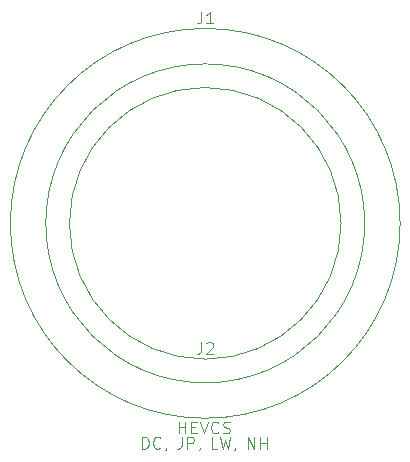
<source format=gbr>
%TF.GenerationSoftware,KiCad,Pcbnew,(7.0.0)*%
%TF.CreationDate,2023-04-25T13:05:00+01:00*%
%TF.ProjectId,BreakawayConnector_2,42726561-6b61-4776-9179-436f6e6e6563,rev?*%
%TF.SameCoordinates,Original*%
%TF.FileFunction,Legend,Top*%
%TF.FilePolarity,Positive*%
%FSLAX46Y46*%
G04 Gerber Fmt 4.6, Leading zero omitted, Abs format (unit mm)*
G04 Created by KiCad (PCBNEW (7.0.0)) date 2023-04-25 13:05:00*
%MOMM*%
%LPD*%
G01*
G04 APERTURE LIST*
%ADD10C,0.100000*%
G04 APERTURE END LIST*
D10*
X97738095Y-117782380D02*
X97738095Y-116782380D01*
X97738095Y-117258571D02*
X98309523Y-117258571D01*
X98309523Y-117782380D02*
X98309523Y-116782380D01*
X98785714Y-117258571D02*
X99119047Y-117258571D01*
X99261904Y-117782380D02*
X98785714Y-117782380D01*
X98785714Y-117782380D02*
X98785714Y-116782380D01*
X98785714Y-116782380D02*
X99261904Y-116782380D01*
X99547619Y-116782380D02*
X99880952Y-117782380D01*
X99880952Y-117782380D02*
X100214285Y-116782380D01*
X101119047Y-117687142D02*
X101071428Y-117734761D01*
X101071428Y-117734761D02*
X100928571Y-117782380D01*
X100928571Y-117782380D02*
X100833333Y-117782380D01*
X100833333Y-117782380D02*
X100690476Y-117734761D01*
X100690476Y-117734761D02*
X100595238Y-117639523D01*
X100595238Y-117639523D02*
X100547619Y-117544285D01*
X100547619Y-117544285D02*
X100500000Y-117353809D01*
X100500000Y-117353809D02*
X100500000Y-117210952D01*
X100500000Y-117210952D02*
X100547619Y-117020476D01*
X100547619Y-117020476D02*
X100595238Y-116925238D01*
X100595238Y-116925238D02*
X100690476Y-116830000D01*
X100690476Y-116830000D02*
X100833333Y-116782380D01*
X100833333Y-116782380D02*
X100928571Y-116782380D01*
X100928571Y-116782380D02*
X101071428Y-116830000D01*
X101071428Y-116830000D02*
X101119047Y-116877619D01*
X101500000Y-117734761D02*
X101642857Y-117782380D01*
X101642857Y-117782380D02*
X101880952Y-117782380D01*
X101880952Y-117782380D02*
X101976190Y-117734761D01*
X101976190Y-117734761D02*
X102023809Y-117687142D01*
X102023809Y-117687142D02*
X102071428Y-117591904D01*
X102071428Y-117591904D02*
X102071428Y-117496666D01*
X102071428Y-117496666D02*
X102023809Y-117401428D01*
X102023809Y-117401428D02*
X101976190Y-117353809D01*
X101976190Y-117353809D02*
X101880952Y-117306190D01*
X101880952Y-117306190D02*
X101690476Y-117258571D01*
X101690476Y-117258571D02*
X101595238Y-117210952D01*
X101595238Y-117210952D02*
X101547619Y-117163333D01*
X101547619Y-117163333D02*
X101500000Y-117068095D01*
X101500000Y-117068095D02*
X101500000Y-116972857D01*
X101500000Y-116972857D02*
X101547619Y-116877619D01*
X101547619Y-116877619D02*
X101595238Y-116830000D01*
X101595238Y-116830000D02*
X101690476Y-116782380D01*
X101690476Y-116782380D02*
X101928571Y-116782380D01*
X101928571Y-116782380D02*
X102071428Y-116830000D01*
X94638095Y-119082380D02*
X94638095Y-118082380D01*
X94638095Y-118082380D02*
X94876190Y-118082380D01*
X94876190Y-118082380D02*
X95019047Y-118130000D01*
X95019047Y-118130000D02*
X95114285Y-118225238D01*
X95114285Y-118225238D02*
X95161904Y-118320476D01*
X95161904Y-118320476D02*
X95209523Y-118510952D01*
X95209523Y-118510952D02*
X95209523Y-118653809D01*
X95209523Y-118653809D02*
X95161904Y-118844285D01*
X95161904Y-118844285D02*
X95114285Y-118939523D01*
X95114285Y-118939523D02*
X95019047Y-119034761D01*
X95019047Y-119034761D02*
X94876190Y-119082380D01*
X94876190Y-119082380D02*
X94638095Y-119082380D01*
X96209523Y-118987142D02*
X96161904Y-119034761D01*
X96161904Y-119034761D02*
X96019047Y-119082380D01*
X96019047Y-119082380D02*
X95923809Y-119082380D01*
X95923809Y-119082380D02*
X95780952Y-119034761D01*
X95780952Y-119034761D02*
X95685714Y-118939523D01*
X95685714Y-118939523D02*
X95638095Y-118844285D01*
X95638095Y-118844285D02*
X95590476Y-118653809D01*
X95590476Y-118653809D02*
X95590476Y-118510952D01*
X95590476Y-118510952D02*
X95638095Y-118320476D01*
X95638095Y-118320476D02*
X95685714Y-118225238D01*
X95685714Y-118225238D02*
X95780952Y-118130000D01*
X95780952Y-118130000D02*
X95923809Y-118082380D01*
X95923809Y-118082380D02*
X96019047Y-118082380D01*
X96019047Y-118082380D02*
X96161904Y-118130000D01*
X96161904Y-118130000D02*
X96209523Y-118177619D01*
X96685714Y-119034761D02*
X96685714Y-119082380D01*
X96685714Y-119082380D02*
X96638095Y-119177619D01*
X96638095Y-119177619D02*
X96590476Y-119225238D01*
X97999999Y-118082380D02*
X97999999Y-118796666D01*
X97999999Y-118796666D02*
X97952380Y-118939523D01*
X97952380Y-118939523D02*
X97857142Y-119034761D01*
X97857142Y-119034761D02*
X97714285Y-119082380D01*
X97714285Y-119082380D02*
X97619047Y-119082380D01*
X98476190Y-119082380D02*
X98476190Y-118082380D01*
X98476190Y-118082380D02*
X98857142Y-118082380D01*
X98857142Y-118082380D02*
X98952380Y-118130000D01*
X98952380Y-118130000D02*
X98999999Y-118177619D01*
X98999999Y-118177619D02*
X99047618Y-118272857D01*
X99047618Y-118272857D02*
X99047618Y-118415714D01*
X99047618Y-118415714D02*
X98999999Y-118510952D01*
X98999999Y-118510952D02*
X98952380Y-118558571D01*
X98952380Y-118558571D02*
X98857142Y-118606190D01*
X98857142Y-118606190D02*
X98476190Y-118606190D01*
X99523809Y-119034761D02*
X99523809Y-119082380D01*
X99523809Y-119082380D02*
X99476190Y-119177619D01*
X99476190Y-119177619D02*
X99428571Y-119225238D01*
X101028570Y-119082380D02*
X100552380Y-119082380D01*
X100552380Y-119082380D02*
X100552380Y-118082380D01*
X101266666Y-118082380D02*
X101504761Y-119082380D01*
X101504761Y-119082380D02*
X101695237Y-118368095D01*
X101695237Y-118368095D02*
X101885713Y-119082380D01*
X101885713Y-119082380D02*
X102123809Y-118082380D01*
X102552380Y-119034761D02*
X102552380Y-119082380D01*
X102552380Y-119082380D02*
X102504761Y-119177619D01*
X102504761Y-119177619D02*
X102457142Y-119225238D01*
X103580951Y-119082380D02*
X103580951Y-118082380D01*
X103580951Y-118082380D02*
X104152379Y-119082380D01*
X104152379Y-119082380D02*
X104152379Y-118082380D01*
X104628570Y-119082380D02*
X104628570Y-118082380D01*
X104628570Y-118558571D02*
X105199998Y-118558571D01*
X105199998Y-119082380D02*
X105199998Y-118082380D01*
%TO.C,J1*%
X99666666Y-82067380D02*
X99666666Y-82781666D01*
X99666666Y-82781666D02*
X99619047Y-82924523D01*
X99619047Y-82924523D02*
X99523809Y-83019761D01*
X99523809Y-83019761D02*
X99380952Y-83067380D01*
X99380952Y-83067380D02*
X99285714Y-83067380D01*
X100666666Y-83067380D02*
X100095238Y-83067380D01*
X100380952Y-83067380D02*
X100380952Y-82067380D01*
X100380952Y-82067380D02*
X100285714Y-82210238D01*
X100285714Y-82210238D02*
X100190476Y-82305476D01*
X100190476Y-82305476D02*
X100095238Y-82353095D01*
%TO.C,J2*%
X99666666Y-110067380D02*
X99666666Y-110781666D01*
X99666666Y-110781666D02*
X99619047Y-110924523D01*
X99619047Y-110924523D02*
X99523809Y-111019761D01*
X99523809Y-111019761D02*
X99380952Y-111067380D01*
X99380952Y-111067380D02*
X99285714Y-111067380D01*
X100095238Y-110162619D02*
X100142857Y-110115000D01*
X100142857Y-110115000D02*
X100238095Y-110067380D01*
X100238095Y-110067380D02*
X100476190Y-110067380D01*
X100476190Y-110067380D02*
X100571428Y-110115000D01*
X100571428Y-110115000D02*
X100619047Y-110162619D01*
X100619047Y-110162619D02*
X100666666Y-110257857D01*
X100666666Y-110257857D02*
X100666666Y-110353095D01*
X100666666Y-110353095D02*
X100619047Y-110495952D01*
X100619047Y-110495952D02*
X100047619Y-111067380D01*
X100047619Y-111067380D02*
X100666666Y-111067380D01*
%TO.C,J1*%
X113500000Y-100000000D02*
G75*
G03*
X113500000Y-100000000I-13500000J0D01*
G01*
X116500000Y-100000000D02*
G75*
G03*
X116500000Y-100000000I-16500000J0D01*
G01*
%TO.C,J2*%
X111500000Y-100000000D02*
G75*
G03*
X111500000Y-100000000I-11500000J0D01*
G01*
X113500000Y-100000000D02*
G75*
G03*
X113500000Y-100000000I-13500000J0D01*
G01*
%TD*%
M02*

</source>
